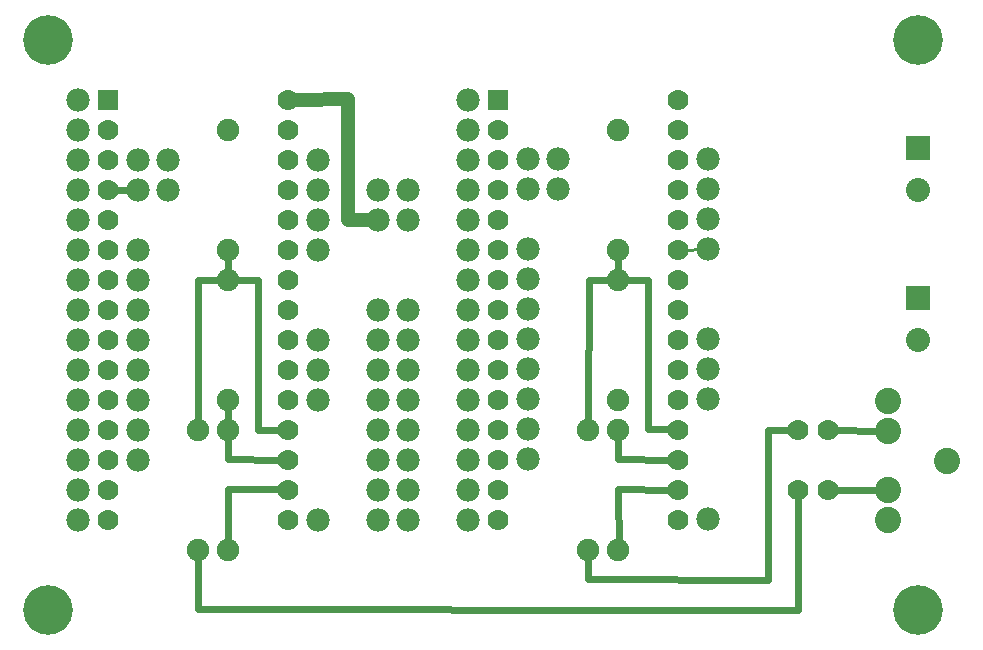
<source format=gtl>
G04 MADE WITH FRITZING*
G04 WWW.FRITZING.ORG*
G04 DOUBLE SIDED*
G04 HOLES PLATED*
G04 CONTOUR ON CENTER OF CONTOUR VECTOR*
%ASAXBY*%
%FSLAX23Y23*%
%MOIN*%
%OFA0B0*%
%SFA1.0B1.0*%
%ADD10C,0.070000*%
%ADD11C,0.087695*%
%ADD12C,0.087722*%
%ADD13C,0.080000*%
%ADD14C,0.078000*%
%ADD15C,0.165354*%
%ADD16C,0.075000*%
%ADD17R,0.069972X0.070000*%
%ADD18R,0.080000X0.080000*%
%ADD19C,0.024000*%
%ADD20C,0.048000*%
%ADD21C,0.011111*%
%ADD22R,0.001000X0.001000*%
%LNCOPPER1*%
G90*
G70*
G54D10*
X400Y1882D03*
X400Y1782D03*
X400Y1682D03*
X400Y1582D03*
X400Y1482D03*
X400Y1382D03*
X400Y1282D03*
X400Y1182D03*
X400Y1082D03*
X400Y982D03*
X400Y882D03*
X400Y782D03*
X400Y682D03*
X400Y582D03*
X400Y482D03*
X1000Y1882D03*
X1000Y1782D03*
X1000Y1682D03*
X1000Y1582D03*
X1000Y1482D03*
X1000Y1382D03*
X1000Y1282D03*
X1000Y1182D03*
X1000Y1082D03*
X1000Y982D03*
X1000Y882D03*
X1000Y782D03*
X1000Y682D03*
X1000Y582D03*
X1000Y482D03*
X1700Y1882D03*
X1700Y1782D03*
X1700Y1682D03*
X1700Y1582D03*
X1700Y1482D03*
X1700Y1382D03*
X1700Y1282D03*
X1700Y1182D03*
X1700Y1082D03*
X1700Y982D03*
X1700Y882D03*
X1700Y782D03*
X1700Y682D03*
X1700Y582D03*
X1700Y482D03*
X2300Y1882D03*
X2300Y1782D03*
X2300Y1682D03*
X2300Y1582D03*
X2300Y1482D03*
X2300Y1382D03*
X2300Y1282D03*
X2300Y1182D03*
X2300Y1082D03*
X2300Y982D03*
X2300Y882D03*
X2300Y782D03*
X2300Y682D03*
X2300Y582D03*
X2300Y482D03*
G54D11*
X3196Y679D03*
G54D12*
X3000Y482D03*
X3000Y581D03*
G54D11*
X3000Y777D03*
G54D12*
X3000Y876D03*
G54D13*
X3100Y1720D03*
X3100Y1582D03*
X3100Y1220D03*
X3100Y1082D03*
G54D14*
X1300Y1582D03*
X1300Y1482D03*
X1400Y1182D03*
X1400Y1082D03*
X1400Y982D03*
X1400Y882D03*
X1400Y782D03*
X1400Y682D03*
X1400Y582D03*
X1400Y482D03*
X1300Y1182D03*
X1300Y1082D03*
X1300Y982D03*
X1300Y882D03*
X1300Y782D03*
X1300Y682D03*
X1300Y582D03*
X1300Y482D03*
X1400Y1582D03*
X1400Y1482D03*
G54D15*
X3100Y2082D03*
X3100Y182D03*
X200Y2082D03*
X200Y182D03*
G54D10*
X2800Y582D03*
X2700Y582D03*
X2800Y782D03*
X2700Y782D03*
G54D16*
X800Y382D03*
X800Y782D03*
X2000Y382D03*
X2000Y782D03*
X700Y382D03*
X700Y782D03*
X2100Y1282D03*
X2100Y882D03*
X800Y1282D03*
X800Y882D03*
X2100Y1782D03*
X2100Y1382D03*
X800Y1782D03*
X800Y1382D03*
G54D14*
X500Y1382D03*
X500Y1282D03*
X500Y1182D03*
X500Y1082D03*
X500Y982D03*
X500Y882D03*
X500Y782D03*
X500Y682D03*
X500Y1582D03*
X600Y1582D03*
X1800Y1683D03*
X1900Y1683D03*
G54D16*
X2100Y782D03*
X2100Y382D03*
G54D14*
X1800Y1583D03*
X1900Y1583D03*
X500Y1682D03*
X600Y1682D03*
X2400Y1083D03*
X2400Y983D03*
X2400Y883D03*
X2400Y483D03*
X1100Y482D03*
X1100Y1082D03*
X1100Y982D03*
X1100Y882D03*
X1600Y1882D03*
X1600Y1782D03*
X1600Y1682D03*
X1600Y1582D03*
X1600Y1482D03*
X1600Y1382D03*
X1600Y1282D03*
X1600Y1182D03*
X1600Y1082D03*
X1600Y982D03*
X1600Y882D03*
X1600Y782D03*
X1600Y682D03*
X1600Y582D03*
X1600Y482D03*
X1100Y1682D03*
X1100Y1582D03*
X1100Y1482D03*
X1100Y1382D03*
X2400Y1683D03*
X2400Y1583D03*
X2400Y1483D03*
X2400Y1383D03*
X300Y1882D03*
X300Y1782D03*
X300Y1682D03*
X300Y1582D03*
X300Y1482D03*
X300Y1382D03*
X300Y1282D03*
X300Y1182D03*
X300Y1082D03*
X300Y982D03*
X300Y882D03*
X300Y782D03*
X300Y682D03*
X300Y582D03*
X300Y482D03*
X1800Y1383D03*
X1800Y1283D03*
X1800Y1183D03*
X1800Y1083D03*
X1800Y983D03*
X1800Y883D03*
X1800Y783D03*
X1800Y683D03*
G54D17*
X399Y1882D03*
X1699Y1882D03*
G54D18*
X3100Y1720D03*
X3100Y1220D03*
G54D19*
X2101Y382D02*
X2119Y371D01*
D02*
X2100Y683D02*
X2100Y759D01*
D02*
X2100Y583D02*
X2101Y382D01*
D02*
X2276Y582D02*
X2100Y583D01*
D02*
X2276Y682D02*
X2100Y683D01*
D02*
X2100Y1311D02*
X2100Y1354D01*
D02*
X2000Y283D02*
X2000Y354D01*
D02*
X2599Y781D02*
X2600Y280D01*
D02*
X2673Y782D02*
X2599Y781D01*
D02*
X2600Y280D02*
X2000Y283D01*
D02*
X2399Y181D02*
X700Y183D01*
D02*
X2700Y181D02*
X2399Y181D01*
D02*
X700Y183D02*
X700Y354D01*
D02*
X2700Y556D02*
X2700Y181D01*
D02*
X799Y583D02*
X799Y411D01*
D02*
X970Y583D02*
X900Y583D01*
D02*
X900Y583D02*
X799Y583D01*
D02*
X700Y1282D02*
X700Y811D01*
D02*
X771Y1282D02*
X700Y1282D01*
D02*
X2962Y581D02*
X2826Y582D01*
D02*
X2962Y778D02*
X2826Y782D01*
D02*
X800Y811D02*
X800Y854D01*
D02*
X799Y683D02*
X799Y754D01*
D02*
X970Y682D02*
X799Y683D01*
D02*
X970Y782D02*
X899Y782D01*
D02*
X899Y1282D02*
X828Y1282D01*
D02*
X899Y782D02*
X899Y1282D01*
D02*
X799Y1354D02*
X799Y1282D01*
D02*
X799Y1282D02*
X773Y1273D01*
G54D20*
D02*
X1200Y1883D02*
X1029Y1882D01*
D02*
X1269Y1482D02*
X1200Y1482D01*
D02*
X1200Y1482D02*
X1200Y1883D01*
G54D21*
D02*
X2375Y1383D02*
X2323Y1382D01*
G54D19*
D02*
X2001Y1282D02*
X2000Y811D01*
D02*
X2071Y1282D02*
X2001Y1282D01*
D02*
X2200Y783D02*
X2200Y1282D01*
D02*
X2200Y1282D02*
X2101Y1282D01*
D02*
X2001Y1282D02*
X2000Y805D01*
D02*
X2276Y783D02*
X2200Y783D01*
D02*
X2101Y1282D02*
X2001Y1282D01*
D02*
X469Y1582D02*
X429Y1582D01*
G54D22*
D02*
G04 End of Copper1*
M02*
</source>
